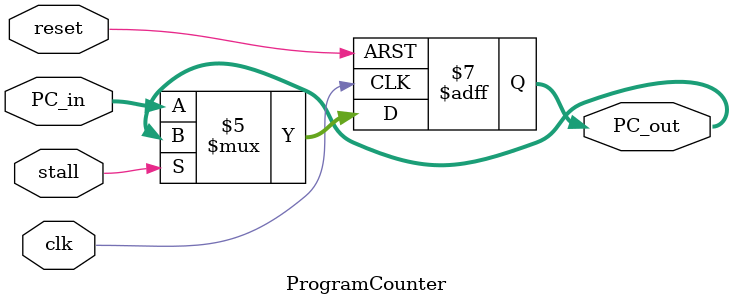
<source format=v>
`timescale 1ns / 1ps
module ProgramCounter(
    input [63:0] PC_in,
    input clk,
    input reset,
    input stall, 
    output reg [63:0] PC_out);
  
always @(posedge clk or posedge reset)
    begin
      if (reset==1'b1)
        begin        
          PC_out = 64'd0;
        end
      else if (stall == 1'b0) 
        begin 
          PC_out = PC_in;
        end
    end
endmodule

</source>
